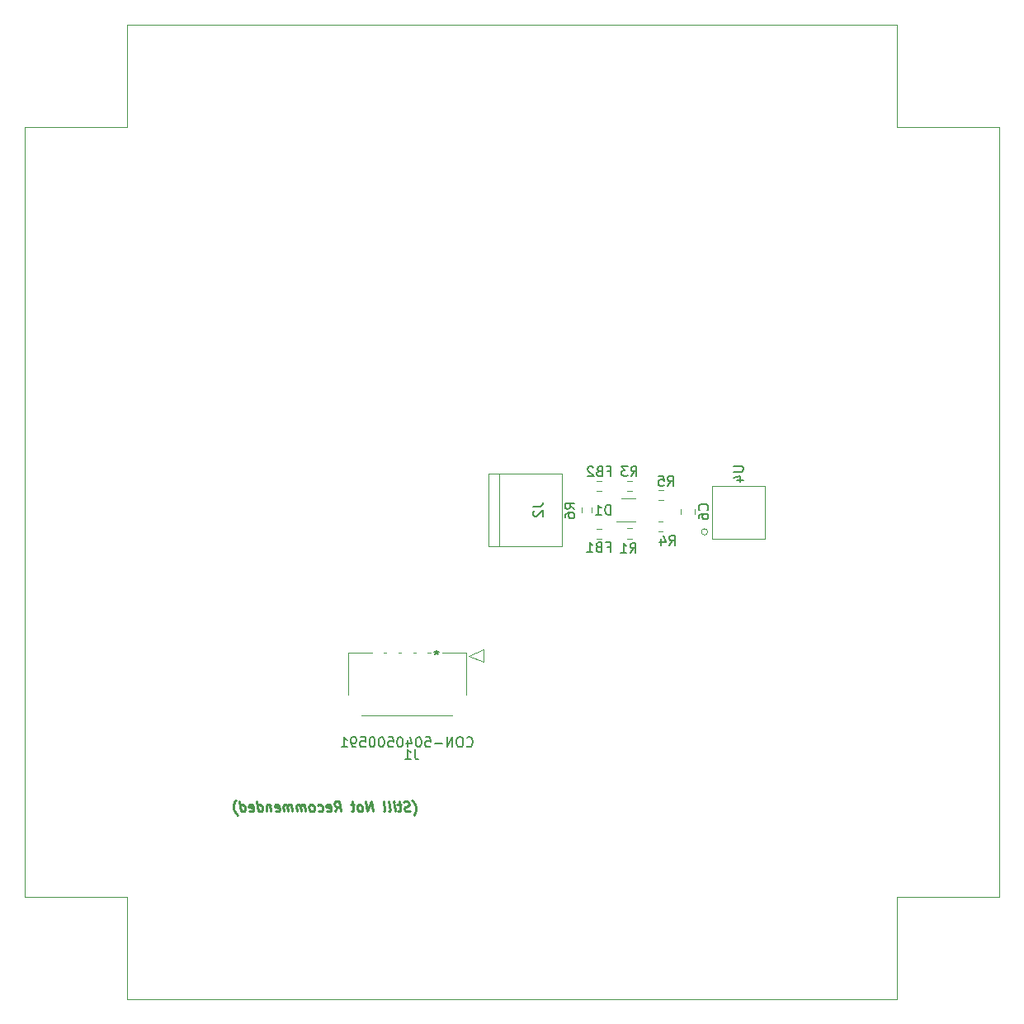
<source format=gbr>
%TF.GenerationSoftware,KiCad,Pcbnew,(6.0.9)*%
%TF.CreationDate,2023-01-30T21:02:38-08:00*%
%TF.ProjectId,solar-panel-side-Z,736f6c61-722d-4706-916e-656c2d736964,2.0*%
%TF.SameCoordinates,Original*%
%TF.FileFunction,Legend,Bot*%
%TF.FilePolarity,Positive*%
%FSLAX46Y46*%
G04 Gerber Fmt 4.6, Leading zero omitted, Abs format (unit mm)*
G04 Created by KiCad (PCBNEW (6.0.9)) date 2023-01-30 21:02:38*
%MOMM*%
%LPD*%
G01*
G04 APERTURE LIST*
%TA.AperFunction,Profile*%
%ADD10C,0.050000*%
%TD*%
%ADD11C,0.250000*%
%ADD12C,0.150000*%
%ADD13C,0.120000*%
G04 APERTURE END LIST*
D10*
X99500000Y-45500000D02*
X110000000Y-45500000D01*
X189000000Y-135000000D02*
X110000000Y-135000000D01*
X199500000Y-124500000D02*
X189000000Y-124500000D01*
X189000000Y-45500000D02*
X199500000Y-45500000D01*
X99500000Y-124500000D02*
X99500000Y-45500000D01*
X110000000Y-135000000D02*
X110000000Y-124500000D01*
X110000000Y-35000000D02*
X189000000Y-35000000D01*
X110000000Y-124500000D02*
X99500000Y-124500000D01*
X199500000Y-45500000D02*
X199500000Y-124500000D01*
X189000000Y-35000000D02*
X189000000Y-45500000D01*
X110000000Y-45500000D02*
X110000000Y-35000000D01*
X189000000Y-124500000D02*
X189000000Y-135000000D01*
D11*
X139439910Y-116083333D02*
X139481577Y-116035714D01*
X139558958Y-115892857D01*
X139594672Y-115797619D01*
X139624434Y-115654761D01*
X139642291Y-115416666D01*
X139618482Y-115226190D01*
X139541101Y-114988095D01*
X139475625Y-114845238D01*
X139416101Y-114750000D01*
X139303005Y-114607142D01*
X139249434Y-114559523D01*
X139053005Y-115654761D02*
X138916101Y-115702380D01*
X138678005Y-115702380D01*
X138576815Y-115654761D01*
X138523244Y-115607142D01*
X138463720Y-115511904D01*
X138451815Y-115416666D01*
X138487529Y-115321428D01*
X138529196Y-115273809D01*
X138618482Y-115226190D01*
X138803005Y-115178571D01*
X138892291Y-115130952D01*
X138933958Y-115083333D01*
X138969672Y-114988095D01*
X138957767Y-114892857D01*
X138898244Y-114797619D01*
X138844672Y-114750000D01*
X138743482Y-114702380D01*
X138505386Y-114702380D01*
X138368482Y-114750000D01*
X138118482Y-115035714D02*
X137737529Y-115035714D01*
X137933958Y-114702380D02*
X138041101Y-115559523D01*
X138005386Y-115654761D01*
X137916101Y-115702380D01*
X137820863Y-115702380D01*
X137487529Y-115702380D02*
X137404196Y-115035714D01*
X137362529Y-114702380D02*
X137416101Y-114750000D01*
X137374434Y-114797619D01*
X137320863Y-114750000D01*
X137362529Y-114702380D01*
X137374434Y-114797619D01*
X136868482Y-115702380D02*
X136957767Y-115654761D01*
X136993482Y-115559523D01*
X136886339Y-114702380D01*
X136344672Y-115702380D02*
X136433958Y-115654761D01*
X136469672Y-115559523D01*
X136362529Y-114702380D01*
X135201815Y-115702380D02*
X135076815Y-114702380D01*
X134630386Y-115702380D01*
X134505386Y-114702380D01*
X134011339Y-115702380D02*
X134100625Y-115654761D01*
X134142291Y-115607142D01*
X134178005Y-115511904D01*
X134142291Y-115226190D01*
X134082767Y-115130952D01*
X134029196Y-115083333D01*
X133928005Y-115035714D01*
X133785148Y-115035714D01*
X133695863Y-115083333D01*
X133654196Y-115130952D01*
X133618482Y-115226190D01*
X133654196Y-115511904D01*
X133713720Y-115607142D01*
X133767291Y-115654761D01*
X133868482Y-115702380D01*
X134011339Y-115702380D01*
X133308958Y-115035714D02*
X132928005Y-115035714D01*
X133124434Y-114702380D02*
X133231577Y-115559523D01*
X133195863Y-115654761D01*
X133106577Y-115702380D01*
X133011339Y-115702380D01*
X131344672Y-115702380D02*
X131618482Y-115226190D01*
X131916101Y-115702380D02*
X131791101Y-114702380D01*
X131410148Y-114702380D01*
X131320863Y-114750000D01*
X131279196Y-114797619D01*
X131243482Y-114892857D01*
X131261339Y-115035714D01*
X131320863Y-115130952D01*
X131374434Y-115178571D01*
X131475625Y-115226190D01*
X131856577Y-115226190D01*
X130529196Y-115654761D02*
X130630386Y-115702380D01*
X130820863Y-115702380D01*
X130910148Y-115654761D01*
X130945863Y-115559523D01*
X130898244Y-115178571D01*
X130838720Y-115083333D01*
X130737529Y-115035714D01*
X130547053Y-115035714D01*
X130457767Y-115083333D01*
X130422053Y-115178571D01*
X130433958Y-115273809D01*
X130922053Y-115369047D01*
X129624434Y-115654761D02*
X129725625Y-115702380D01*
X129916101Y-115702380D01*
X130005386Y-115654761D01*
X130047053Y-115607142D01*
X130082767Y-115511904D01*
X130047053Y-115226190D01*
X129987529Y-115130952D01*
X129933958Y-115083333D01*
X129832767Y-115035714D01*
X129642291Y-115035714D01*
X129553005Y-115083333D01*
X129058958Y-115702380D02*
X129148244Y-115654761D01*
X129189910Y-115607142D01*
X129225625Y-115511904D01*
X129189910Y-115226190D01*
X129130386Y-115130952D01*
X129076815Y-115083333D01*
X128975625Y-115035714D01*
X128832767Y-115035714D01*
X128743482Y-115083333D01*
X128701815Y-115130952D01*
X128666101Y-115226190D01*
X128701815Y-115511904D01*
X128761339Y-115607142D01*
X128814910Y-115654761D01*
X128916101Y-115702380D01*
X129058958Y-115702380D01*
X128297053Y-115702380D02*
X128213720Y-115035714D01*
X128225625Y-115130952D02*
X128172053Y-115083333D01*
X128070863Y-115035714D01*
X127928005Y-115035714D01*
X127838720Y-115083333D01*
X127803005Y-115178571D01*
X127868482Y-115702380D01*
X127803005Y-115178571D02*
X127743482Y-115083333D01*
X127642291Y-115035714D01*
X127499434Y-115035714D01*
X127410148Y-115083333D01*
X127374434Y-115178571D01*
X127439910Y-115702380D01*
X126963720Y-115702380D02*
X126880386Y-115035714D01*
X126892291Y-115130952D02*
X126838720Y-115083333D01*
X126737529Y-115035714D01*
X126594672Y-115035714D01*
X126505386Y-115083333D01*
X126469672Y-115178571D01*
X126535148Y-115702380D01*
X126469672Y-115178571D02*
X126410148Y-115083333D01*
X126308958Y-115035714D01*
X126166101Y-115035714D01*
X126076815Y-115083333D01*
X126041101Y-115178571D01*
X126106577Y-115702380D01*
X125243482Y-115654761D02*
X125344672Y-115702380D01*
X125535148Y-115702380D01*
X125624434Y-115654761D01*
X125660148Y-115559523D01*
X125612529Y-115178571D01*
X125553005Y-115083333D01*
X125451815Y-115035714D01*
X125261339Y-115035714D01*
X125172053Y-115083333D01*
X125136339Y-115178571D01*
X125148244Y-115273809D01*
X125636339Y-115369047D01*
X124689910Y-115035714D02*
X124773244Y-115702380D01*
X124701815Y-115130952D02*
X124648244Y-115083333D01*
X124547053Y-115035714D01*
X124404196Y-115035714D01*
X124314910Y-115083333D01*
X124279196Y-115178571D01*
X124344672Y-115702380D01*
X123439910Y-115702380D02*
X123314910Y-114702380D01*
X123433958Y-115654761D02*
X123535148Y-115702380D01*
X123725625Y-115702380D01*
X123814910Y-115654761D01*
X123856577Y-115607142D01*
X123892291Y-115511904D01*
X123856577Y-115226190D01*
X123797053Y-115130952D01*
X123743482Y-115083333D01*
X123642291Y-115035714D01*
X123451815Y-115035714D01*
X123362529Y-115083333D01*
X122576815Y-115654761D02*
X122678005Y-115702380D01*
X122868482Y-115702380D01*
X122957767Y-115654761D01*
X122993482Y-115559523D01*
X122945863Y-115178571D01*
X122886339Y-115083333D01*
X122785148Y-115035714D01*
X122594672Y-115035714D01*
X122505386Y-115083333D01*
X122469672Y-115178571D01*
X122481577Y-115273809D01*
X122969672Y-115369047D01*
X121678005Y-115702380D02*
X121553005Y-114702380D01*
X121672053Y-115654761D02*
X121773244Y-115702380D01*
X121963720Y-115702380D01*
X122053005Y-115654761D01*
X122094672Y-115607142D01*
X122130386Y-115511904D01*
X122094672Y-115226190D01*
X122035148Y-115130952D01*
X121981577Y-115083333D01*
X121880386Y-115035714D01*
X121689910Y-115035714D01*
X121600625Y-115083333D01*
X121344672Y-116083333D02*
X121291101Y-116035714D01*
X121178005Y-115892857D01*
X121118482Y-115797619D01*
X121053005Y-115654761D01*
X120975625Y-115416666D01*
X120951815Y-115226190D01*
X120969672Y-114988095D01*
X120999434Y-114845238D01*
X121035148Y-114750000D01*
X121112529Y-114607142D01*
X121154196Y-114559523D01*
D12*
%TO.C,J1*%
X139543333Y-109362380D02*
X139543333Y-110076666D01*
X139590952Y-110219523D01*
X139686190Y-110314761D01*
X139829047Y-110362380D01*
X139924285Y-110362380D01*
X138543333Y-110362380D02*
X139114761Y-110362380D01*
X138829047Y-110362380D02*
X138829047Y-109362380D01*
X138924285Y-109505238D01*
X139019523Y-109600476D01*
X139114761Y-109648095D01*
X144869045Y-108997142D02*
X144916664Y-109044761D01*
X145059521Y-109092380D01*
X145154759Y-109092380D01*
X145297617Y-109044761D01*
X145392855Y-108949523D01*
X145440474Y-108854285D01*
X145488093Y-108663809D01*
X145488093Y-108520952D01*
X145440474Y-108330476D01*
X145392855Y-108235238D01*
X145297617Y-108140000D01*
X145154759Y-108092380D01*
X145059521Y-108092380D01*
X144916664Y-108140000D01*
X144869045Y-108187619D01*
X144249998Y-108092380D02*
X144059521Y-108092380D01*
X143964283Y-108140000D01*
X143869045Y-108235238D01*
X143821426Y-108425714D01*
X143821426Y-108759047D01*
X143869045Y-108949523D01*
X143964283Y-109044761D01*
X144059521Y-109092380D01*
X144249998Y-109092380D01*
X144345236Y-109044761D01*
X144440474Y-108949523D01*
X144488093Y-108759047D01*
X144488093Y-108425714D01*
X144440474Y-108235238D01*
X144345236Y-108140000D01*
X144249998Y-108092380D01*
X143392855Y-109092380D02*
X143392855Y-108092380D01*
X142821426Y-109092380D01*
X142821426Y-108092380D01*
X142345236Y-108711428D02*
X141583331Y-108711428D01*
X140630950Y-108092380D02*
X141107140Y-108092380D01*
X141154759Y-108568571D01*
X141107140Y-108520952D01*
X141011902Y-108473333D01*
X140773807Y-108473333D01*
X140678569Y-108520952D01*
X140630950Y-108568571D01*
X140583331Y-108663809D01*
X140583331Y-108901904D01*
X140630950Y-108997142D01*
X140678569Y-109044761D01*
X140773807Y-109092380D01*
X141011902Y-109092380D01*
X141107140Y-109044761D01*
X141154759Y-108997142D01*
X139964283Y-108092380D02*
X139869045Y-108092380D01*
X139773807Y-108140000D01*
X139726188Y-108187619D01*
X139678569Y-108282857D01*
X139630950Y-108473333D01*
X139630950Y-108711428D01*
X139678569Y-108901904D01*
X139726188Y-108997142D01*
X139773807Y-109044761D01*
X139869045Y-109092380D01*
X139964283Y-109092380D01*
X140059521Y-109044761D01*
X140107140Y-108997142D01*
X140154759Y-108901904D01*
X140202378Y-108711428D01*
X140202378Y-108473333D01*
X140154759Y-108282857D01*
X140107140Y-108187619D01*
X140059521Y-108140000D01*
X139964283Y-108092380D01*
X138773807Y-108425714D02*
X138773807Y-109092380D01*
X139011902Y-108044761D02*
X139249998Y-108759047D01*
X138630950Y-108759047D01*
X138059521Y-108092380D02*
X137964283Y-108092380D01*
X137869045Y-108140000D01*
X137821426Y-108187619D01*
X137773807Y-108282857D01*
X137726188Y-108473333D01*
X137726188Y-108711428D01*
X137773807Y-108901904D01*
X137821426Y-108997142D01*
X137869045Y-109044761D01*
X137964283Y-109092380D01*
X138059521Y-109092380D01*
X138154759Y-109044761D01*
X138202378Y-108997142D01*
X138249998Y-108901904D01*
X138297617Y-108711428D01*
X138297617Y-108473333D01*
X138249998Y-108282857D01*
X138202378Y-108187619D01*
X138154759Y-108140000D01*
X138059521Y-108092380D01*
X136821426Y-108092380D02*
X137297617Y-108092380D01*
X137345236Y-108568571D01*
X137297617Y-108520952D01*
X137202378Y-108473333D01*
X136964283Y-108473333D01*
X136869045Y-108520952D01*
X136821426Y-108568571D01*
X136773807Y-108663809D01*
X136773807Y-108901904D01*
X136821426Y-108997142D01*
X136869045Y-109044761D01*
X136964283Y-109092380D01*
X137202378Y-109092380D01*
X137297617Y-109044761D01*
X137345236Y-108997142D01*
X136154759Y-108092380D02*
X136059521Y-108092380D01*
X135964283Y-108140000D01*
X135916664Y-108187619D01*
X135869045Y-108282857D01*
X135821426Y-108473333D01*
X135821426Y-108711428D01*
X135869045Y-108901904D01*
X135916664Y-108997142D01*
X135964283Y-109044761D01*
X136059521Y-109092380D01*
X136154759Y-109092380D01*
X136249998Y-109044761D01*
X136297617Y-108997142D01*
X136345236Y-108901904D01*
X136392855Y-108711428D01*
X136392855Y-108473333D01*
X136345236Y-108282857D01*
X136297617Y-108187619D01*
X136249998Y-108140000D01*
X136154759Y-108092380D01*
X135202378Y-108092380D02*
X135107140Y-108092380D01*
X135011902Y-108140000D01*
X134964283Y-108187619D01*
X134916664Y-108282857D01*
X134869045Y-108473333D01*
X134869045Y-108711428D01*
X134916664Y-108901904D01*
X134964283Y-108997142D01*
X135011902Y-109044761D01*
X135107140Y-109092380D01*
X135202378Y-109092380D01*
X135297617Y-109044761D01*
X135345236Y-108997142D01*
X135392855Y-108901904D01*
X135440474Y-108711428D01*
X135440474Y-108473333D01*
X135392855Y-108282857D01*
X135345236Y-108187619D01*
X135297617Y-108140000D01*
X135202378Y-108092380D01*
X133964283Y-108092380D02*
X134440474Y-108092380D01*
X134488093Y-108568571D01*
X134440474Y-108520952D01*
X134345236Y-108473333D01*
X134107140Y-108473333D01*
X134011902Y-108520952D01*
X133964283Y-108568571D01*
X133916664Y-108663809D01*
X133916664Y-108901904D01*
X133964283Y-108997142D01*
X134011902Y-109044761D01*
X134107140Y-109092380D01*
X134345236Y-109092380D01*
X134440474Y-109044761D01*
X134488093Y-108997142D01*
X133440474Y-109092380D02*
X133249998Y-109092380D01*
X133154759Y-109044761D01*
X133107140Y-108997142D01*
X133011902Y-108854285D01*
X132964283Y-108663809D01*
X132964283Y-108282857D01*
X133011902Y-108187619D01*
X133059521Y-108140000D01*
X133154759Y-108092380D01*
X133345236Y-108092380D01*
X133440474Y-108140000D01*
X133488093Y-108187619D01*
X133535712Y-108282857D01*
X133535712Y-108520952D01*
X133488093Y-108616190D01*
X133440474Y-108663809D01*
X133345236Y-108711428D01*
X133154759Y-108711428D01*
X133059521Y-108663809D01*
X133011902Y-108616190D01*
X132964283Y-108520952D01*
X132011902Y-109092380D02*
X132583331Y-109092380D01*
X132297617Y-109092380D02*
X132297617Y-108092380D01*
X132392855Y-108235238D01*
X132488093Y-108330476D01*
X132583331Y-108378095D01*
X141750000Y-99202380D02*
X141750000Y-99440476D01*
X141988095Y-99345238D02*
X141750000Y-99440476D01*
X141511904Y-99345238D01*
X141892857Y-99630952D02*
X141750000Y-99440476D01*
X141607142Y-99630952D01*
%TO.C,R4*%
X165656588Y-88412380D02*
X165989922Y-87936190D01*
X166228017Y-88412380D02*
X166228017Y-87412380D01*
X165847064Y-87412380D01*
X165751826Y-87460000D01*
X165704207Y-87507619D01*
X165656588Y-87602857D01*
X165656588Y-87745714D01*
X165704207Y-87840952D01*
X165751826Y-87888571D01*
X165847064Y-87936190D01*
X166228017Y-87936190D01*
X164799445Y-87745714D02*
X164799445Y-88412380D01*
X165037541Y-87364761D02*
X165275636Y-88079047D01*
X164656588Y-88079047D01*
%TO.C,R5*%
X165476588Y-82302380D02*
X165809922Y-81826190D01*
X166048017Y-82302380D02*
X166048017Y-81302380D01*
X165667064Y-81302380D01*
X165571826Y-81350000D01*
X165524207Y-81397619D01*
X165476588Y-81492857D01*
X165476588Y-81635714D01*
X165524207Y-81730952D01*
X165571826Y-81778571D01*
X165667064Y-81826190D01*
X166048017Y-81826190D01*
X164571826Y-81302380D02*
X165048017Y-81302380D01*
X165095636Y-81778571D01*
X165048017Y-81730952D01*
X164952779Y-81683333D01*
X164714683Y-81683333D01*
X164619445Y-81730952D01*
X164571826Y-81778571D01*
X164524207Y-81873809D01*
X164524207Y-82111904D01*
X164571826Y-82207142D01*
X164619445Y-82254761D01*
X164714683Y-82302380D01*
X164952779Y-82302380D01*
X165048017Y-82254761D01*
X165095636Y-82207142D01*
%TO.C,D1*%
X159608017Y-85262380D02*
X159608017Y-84262380D01*
X159369922Y-84262380D01*
X159227064Y-84310000D01*
X159131826Y-84405238D01*
X159084207Y-84500476D01*
X159036588Y-84690952D01*
X159036588Y-84833809D01*
X159084207Y-85024285D01*
X159131826Y-85119523D01*
X159227064Y-85214761D01*
X159369922Y-85262380D01*
X159608017Y-85262380D01*
X158084207Y-85262380D02*
X158655636Y-85262380D01*
X158369922Y-85262380D02*
X158369922Y-84262380D01*
X158465160Y-84405238D01*
X158560398Y-84500476D01*
X158655636Y-84548095D01*
%TO.C,R6*%
X155932302Y-84683333D02*
X155456112Y-84350000D01*
X155932302Y-84111904D02*
X154932302Y-84111904D01*
X154932302Y-84492857D01*
X154979922Y-84588095D01*
X155027541Y-84635714D01*
X155122779Y-84683333D01*
X155265636Y-84683333D01*
X155360874Y-84635714D01*
X155408493Y-84588095D01*
X155456112Y-84492857D01*
X155456112Y-84111904D01*
X154932302Y-85540476D02*
X154932302Y-85350000D01*
X154979922Y-85254761D01*
X155027541Y-85207142D01*
X155170398Y-85111904D01*
X155360874Y-85064285D01*
X155741826Y-85064285D01*
X155837064Y-85111904D01*
X155884683Y-85159523D01*
X155932302Y-85254761D01*
X155932302Y-85445238D01*
X155884683Y-85540476D01*
X155837064Y-85588095D01*
X155741826Y-85635714D01*
X155503731Y-85635714D01*
X155408493Y-85588095D01*
X155360874Y-85540476D01*
X155313255Y-85445238D01*
X155313255Y-85254761D01*
X155360874Y-85159523D01*
X155408493Y-85111904D01*
X155503731Y-85064285D01*
%TO.C,C6*%
X169557064Y-84793333D02*
X169604683Y-84745714D01*
X169652302Y-84602857D01*
X169652302Y-84507619D01*
X169604683Y-84364761D01*
X169509445Y-84269523D01*
X169414207Y-84221904D01*
X169223731Y-84174285D01*
X169080874Y-84174285D01*
X168890398Y-84221904D01*
X168795160Y-84269523D01*
X168699922Y-84364761D01*
X168652302Y-84507619D01*
X168652302Y-84602857D01*
X168699922Y-84745714D01*
X168747541Y-84793333D01*
X168652302Y-85650476D02*
X168652302Y-85460000D01*
X168699922Y-85364761D01*
X168747541Y-85317142D01*
X168890398Y-85221904D01*
X169080874Y-85174285D01*
X169461826Y-85174285D01*
X169557064Y-85221904D01*
X169604683Y-85269523D01*
X169652302Y-85364761D01*
X169652302Y-85555238D01*
X169604683Y-85650476D01*
X169557064Y-85698095D01*
X169461826Y-85745714D01*
X169223731Y-85745714D01*
X169128493Y-85698095D01*
X169080874Y-85650476D01*
X169033255Y-85555238D01*
X169033255Y-85364761D01*
X169080874Y-85269523D01*
X169128493Y-85221904D01*
X169223731Y-85174285D01*
%TO.C,R1*%
X161636588Y-89192380D02*
X161969922Y-88716190D01*
X162208017Y-89192380D02*
X162208017Y-88192380D01*
X161827064Y-88192380D01*
X161731826Y-88240000D01*
X161684207Y-88287619D01*
X161636588Y-88382857D01*
X161636588Y-88525714D01*
X161684207Y-88620952D01*
X161731826Y-88668571D01*
X161827064Y-88716190D01*
X162208017Y-88716190D01*
X160684207Y-89192380D02*
X161255636Y-89192380D01*
X160969922Y-89192380D02*
X160969922Y-88192380D01*
X161065160Y-88335238D01*
X161160398Y-88430476D01*
X161255636Y-88478095D01*
%TO.C,FB1*%
X159258255Y-88568571D02*
X159591588Y-88568571D01*
X159591588Y-89092380D02*
X159591588Y-88092380D01*
X159115398Y-88092380D01*
X158401112Y-88568571D02*
X158258255Y-88616190D01*
X158210636Y-88663809D01*
X158163017Y-88759047D01*
X158163017Y-88901904D01*
X158210636Y-88997142D01*
X158258255Y-89044761D01*
X158353493Y-89092380D01*
X158734445Y-89092380D01*
X158734445Y-88092380D01*
X158401112Y-88092380D01*
X158305874Y-88140000D01*
X158258255Y-88187619D01*
X158210636Y-88282857D01*
X158210636Y-88378095D01*
X158258255Y-88473333D01*
X158305874Y-88520952D01*
X158401112Y-88568571D01*
X158734445Y-88568571D01*
X157210636Y-89092380D02*
X157782064Y-89092380D01*
X157496350Y-89092380D02*
X157496350Y-88092380D01*
X157591588Y-88235238D01*
X157686826Y-88330476D01*
X157782064Y-88378095D01*
%TO.C,U4*%
X172252380Y-80278095D02*
X173061904Y-80278095D01*
X173157142Y-80325714D01*
X173204761Y-80373333D01*
X173252380Y-80468571D01*
X173252380Y-80659047D01*
X173204761Y-80754285D01*
X173157142Y-80801904D01*
X173061904Y-80849523D01*
X172252380Y-80849523D01*
X172585714Y-81754285D02*
X173252380Y-81754285D01*
X172204761Y-81516190D02*
X172919047Y-81278095D01*
X172919047Y-81897142D01*
%TO.C,R3*%
X161716588Y-81292380D02*
X162049922Y-80816190D01*
X162288017Y-81292380D02*
X162288017Y-80292380D01*
X161907064Y-80292380D01*
X161811826Y-80340000D01*
X161764207Y-80387619D01*
X161716588Y-80482857D01*
X161716588Y-80625714D01*
X161764207Y-80720952D01*
X161811826Y-80768571D01*
X161907064Y-80816190D01*
X162288017Y-80816190D01*
X161383255Y-80292380D02*
X160764207Y-80292380D01*
X161097541Y-80673333D01*
X160954683Y-80673333D01*
X160859445Y-80720952D01*
X160811826Y-80768571D01*
X160764207Y-80863809D01*
X160764207Y-81101904D01*
X160811826Y-81197142D01*
X160859445Y-81244761D01*
X160954683Y-81292380D01*
X161240398Y-81292380D01*
X161335636Y-81244761D01*
X161383255Y-81197142D01*
%TO.C,FB2*%
X159323255Y-80808571D02*
X159656588Y-80808571D01*
X159656588Y-81332380D02*
X159656588Y-80332380D01*
X159180398Y-80332380D01*
X158466112Y-80808571D02*
X158323255Y-80856190D01*
X158275636Y-80903809D01*
X158228017Y-80999047D01*
X158228017Y-81141904D01*
X158275636Y-81237142D01*
X158323255Y-81284761D01*
X158418493Y-81332380D01*
X158799445Y-81332380D01*
X158799445Y-80332380D01*
X158466112Y-80332380D01*
X158370874Y-80380000D01*
X158323255Y-80427619D01*
X158275636Y-80522857D01*
X158275636Y-80618095D01*
X158323255Y-80713333D01*
X158370874Y-80760952D01*
X158466112Y-80808571D01*
X158799445Y-80808571D01*
X157847064Y-80427619D02*
X157799445Y-80380000D01*
X157704207Y-80332380D01*
X157466112Y-80332380D01*
X157370874Y-80380000D01*
X157323255Y-80427619D01*
X157275636Y-80522857D01*
X157275636Y-80618095D01*
X157323255Y-80760952D01*
X157894683Y-81332380D01*
X157275636Y-81332380D01*
%TO.C,J2*%
X151682302Y-84436666D02*
X152396588Y-84436666D01*
X152539445Y-84389047D01*
X152634683Y-84293809D01*
X152682302Y-84150952D01*
X152682302Y-84055714D01*
X151777541Y-84865238D02*
X151729922Y-84912857D01*
X151682302Y-85008095D01*
X151682302Y-85246190D01*
X151729922Y-85341428D01*
X151777541Y-85389047D01*
X151872779Y-85436666D01*
X151968017Y-85436666D01*
X152110874Y-85389047D01*
X152682302Y-84817619D01*
X152682302Y-85436666D01*
D13*
%TO.C,J1*%
X146552987Y-99115000D02*
X145028987Y-99750000D01*
X140870040Y-99410000D02*
X141129960Y-99410000D01*
X132725011Y-103719960D02*
X132725011Y-99410000D01*
X144774988Y-99410000D02*
X144774988Y-103719960D01*
X145028987Y-99750000D02*
X146552987Y-100385000D01*
X132725011Y-99410000D02*
X135129959Y-99410000D01*
X137870039Y-99410000D02*
X138129961Y-99410000D01*
X139370041Y-99410000D02*
X139629960Y-99410000D01*
X143410115Y-105850000D02*
X134089884Y-105850000D01*
X136370039Y-99410000D02*
X136629959Y-99410000D01*
X146552987Y-100385000D02*
X146552987Y-99115000D01*
X142370040Y-99410000D02*
X144774988Y-99410000D01*
%TO.C,R4*%
X164527664Y-85947500D02*
X165002180Y-85947500D01*
X164527664Y-86992500D02*
X165002180Y-86992500D01*
%TO.C,R5*%
X165042180Y-82727500D02*
X164567664Y-82727500D01*
X165042180Y-83772500D02*
X164567664Y-83772500D01*
%TO.C,D1*%
X162139922Y-85940000D02*
X160239922Y-85940000D01*
X160739922Y-83620000D02*
X162139922Y-83620000D01*
%TO.C,R6*%
X157692422Y-85042258D02*
X157692422Y-84567742D01*
X156647422Y-85042258D02*
X156647422Y-84567742D01*
%TO.C,C6*%
X166824922Y-84668748D02*
X166824922Y-85191252D01*
X168294922Y-84668748D02*
X168294922Y-85191252D01*
%TO.C,R1*%
X161792180Y-87712500D02*
X161317664Y-87712500D01*
X161792180Y-86667500D02*
X161317664Y-86667500D01*
%TO.C,FB1*%
X158187664Y-87732500D02*
X158662180Y-87732500D01*
X158187664Y-86687500D02*
X158662180Y-86687500D01*
%TO.C,U4*%
X170070000Y-87730000D02*
X175470000Y-87730000D01*
X175470000Y-87730000D02*
X175470000Y-82330000D01*
X175470000Y-82330000D02*
X170070000Y-82330000D01*
X170070000Y-82330000D02*
X170070000Y-87730000D01*
X169590156Y-87030000D02*
G75*
G03*
X169590156Y-87030000I-320156J0D01*
G01*
%TO.C,R3*%
X161347664Y-81807500D02*
X161822180Y-81807500D01*
X161347664Y-82852500D02*
X161822180Y-82852500D01*
%TO.C,FB2*%
X158227664Y-82852500D02*
X158702180Y-82852500D01*
X158227664Y-81807500D02*
X158702180Y-81807500D01*
%TO.C,J2*%
X148189922Y-81020000D02*
X148189922Y-88520000D01*
X154589922Y-88520000D02*
X154289922Y-88520000D01*
X154289922Y-81020000D02*
X147089922Y-81020000D01*
X154589922Y-81020000D02*
X154289922Y-81020000D01*
X154589922Y-88520000D02*
X154589922Y-81020000D01*
X147089922Y-81020000D02*
X147089922Y-88520000D01*
X147089922Y-88520000D02*
X154289922Y-88520000D01*
%TD*%
M02*

</source>
